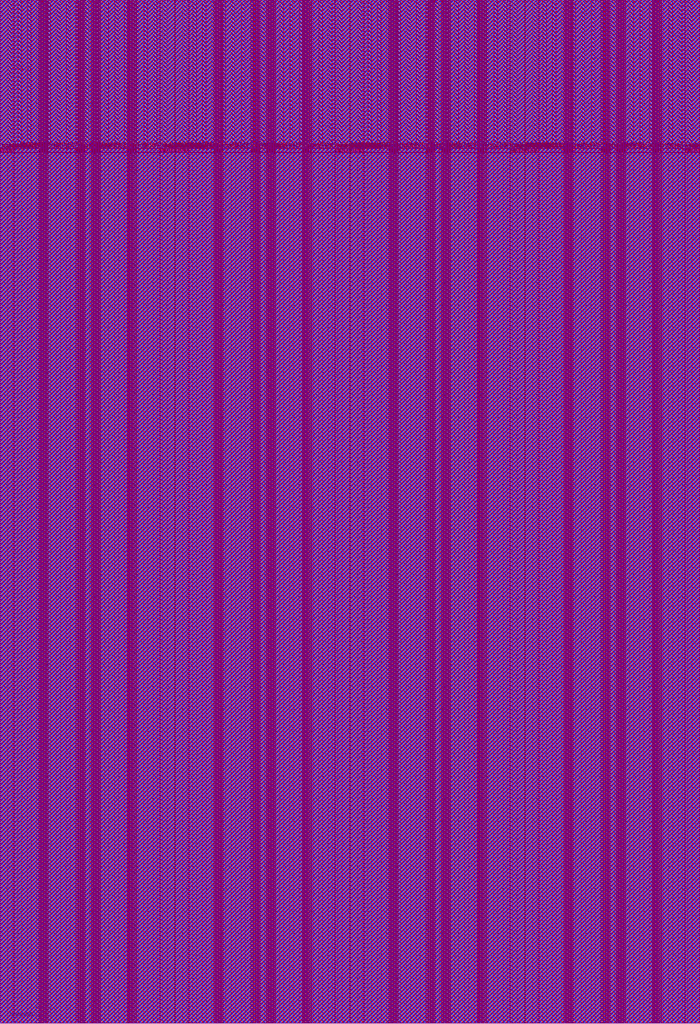
<source format=lef>
VERSION 5.7 ;
BUSBITCHARS "[]" ;
DIVIDERCHAR "/" ;

MACRO uni_2x2sub4x4_gpio_top_lef_LEFT_SIDE
  CLASS PAD ;
  ORIGIN 0 0 ;
  FOREIGN uni_2x2sub4x4_gpio_top_lef_LEFT_SIDE 0 0 ;
  SIZE 623.808 BY 911.933 ;
  SYMMETRY X Y R90 ;
  SITE IOSite ;
  PIN dq[40]
    DIRECTION INPUT ;
    USE ANALOG ;
    PORT
      LAYER m7 ;
        RECT 616.446 776.48 616.626 778.68 ;
    END
  END dq[40]
  PIN dq[41]
    DIRECTION INPUT ;
    USE ANALOG ;
    PORT
      LAYER m7 ;
        RECT 473.886 776.48 474.066 778.68 ;
    END
  END dq[41]
  PIN dq[42]
    DIRECTION INPUT ;
    USE ANALOG ;
    PORT
      LAYER m7 ;
        RECT 612.126 776.48 612.306 778.68 ;
    END
  END dq[42]
  PIN dq[43]
    DIRECTION INPUT ;
    USE ANALOG ;
    PORT
      LAYER m7 ;
        RECT 478.206 776.48 478.386 778.68 ;
    END
  END dq[43]
  PIN dq[44]
    DIRECTION INPUT ;
    USE ANALOG ;
    PORT
      LAYER m7 ;
        RECT 549.846 776.48 550.026 778.68 ;
    END
  END dq[44]
  PIN dq[45]
    DIRECTION INPUT ;
    USE ANALOG ;
    PORT
      LAYER m7 ;
        RECT 536.166 776.48 536.346 778.68 ;
    END
  END dq[45]
  PIN dq[46]
    DIRECTION INPUT ;
    USE ANALOG ;
    PORT
      LAYER m7 ;
        RECT 581.886 776.48 582.066 778.68 ;
    END
  END dq[46]
  PIN dq[47]
    DIRECTION INPUT ;
    USE ANALOG ;
    PORT
      LAYER m7 ;
        RECT 503.046 776.48 503.226 778.68 ;
    END
  END dq[47]
  PIN dq[48]
    DIRECTION INPUT ;
    USE ANALOG ;
    PORT
      LAYER m7 ;
        RECT 460.494 776.48 460.674 778.68 ;
    END
  END dq[48]
  PIN dq[49]
    DIRECTION INPUT ;
    USE ANALOG ;
    PORT
      LAYER m7 ;
        RECT 317.934 776.48 318.114 778.68 ;
    END
  END dq[49]
  PIN dq[50]
    DIRECTION INPUT ;
    USE ANALOG ;
    PORT
      LAYER m7 ;
        RECT 456.174 776.48 456.354 778.68 ;
    END
  END dq[50]
  PIN dq[51]
    DIRECTION INPUT ;
    USE ANALOG ;
    PORT
      LAYER m7 ;
        RECT 322.254 776.48 322.434 778.68 ;
    END
  END dq[51]
  PIN dq[52]
    DIRECTION INPUT ;
    USE ANALOG ;
    PORT
      LAYER m7 ;
        RECT 393.894 776.48 394.074 778.68 ;
    END
  END dq[52]
  PIN dq[53]
    DIRECTION INPUT ;
    USE ANALOG ;
    PORT
      LAYER m7 ;
        RECT 380.214 776.48 380.394 778.68 ;
    END
  END dq[53]
  PIN dq[54]
    DIRECTION INPUT ;
    USE ANALOG ;
    PORT
      LAYER m7 ;
        RECT 425.934 776.48 426.114 778.68 ;
    END
  END dq[54]
  PIN dq[55]
    DIRECTION INPUT ;
    USE ANALOG ;
    PORT
      LAYER m7 ;
        RECT 347.094 776.48 347.274 778.68 ;
    END
  END dq[55]
  PIN dq[56]
    DIRECTION INPUT ;
    USE ANALOG ;
    PORT
      LAYER m7 ;
        RECT 304.542 776.48 304.722 778.68 ;
    END
  END dq[56]
  PIN dq[57]
    DIRECTION INPUT ;
    USE ANALOG ;
    PORT
      LAYER m7 ;
        RECT 161.982 776.48 162.162 778.68 ;
    END
  END dq[57]
  PIN dq[58]
    DIRECTION INPUT ;
    USE ANALOG ;
    PORT
      LAYER m7 ;
        RECT 300.222 776.48 300.402 778.68 ;
    END
  END dq[58]
  PIN dq[59]
    DIRECTION INPUT ;
    USE ANALOG ;
    PORT
      LAYER m7 ;
        RECT 166.302 776.48 166.482 778.68 ;
    END
  END dq[59]
  PIN dq[60]
    DIRECTION INPUT ;
    USE ANALOG ;
    PORT
      LAYER m7 ;
        RECT 237.942 776.48 238.122 778.68 ;
    END
  END dq[60]
  PIN dq[61]
    DIRECTION INPUT ;
    USE ANALOG ;
    PORT
      LAYER m7 ;
        RECT 224.262 776.48 224.442 778.68 ;
    END
  END dq[61]
  PIN dq[62]
    DIRECTION INPUT ;
    USE ANALOG ;
    PORT
      LAYER m7 ;
        RECT 269.982 776.48 270.162 778.68 ;
    END
  END dq[62]
  PIN dq[63]
    DIRECTION INPUT ;
    USE ANALOG ;
    PORT
      LAYER m7 ;
        RECT 191.142 776.48 191.322 778.68 ;
    END
  END dq[63]
  PIN dq[64]
    DIRECTION INPUT ;
    USE ANALOG ;
    PORT
      LAYER m7 ;
        RECT 148.59 776.48 148.77 778.68 ;
    END
  END dq[64]
  PIN dq[65]
    DIRECTION INPUT ;
    USE ANALOG ;
    PORT
      LAYER m7 ;
        RECT 6.03 776.48 6.21 778.68 ;
    END
  END dq[65]
  PIN dq[66]
    DIRECTION INPUT ;
    USE ANALOG ;
    PORT
      LAYER m7 ;
        RECT 144.27 776.48 144.45 778.68 ;
    END
  END dq[66]
  PIN dq[67]
    DIRECTION INPUT ;
    USE ANALOG ;
    PORT
      LAYER m7 ;
        RECT 10.35 776.48 10.53 778.68 ;
    END
  END dq[67]
  PIN dq[68]
    DIRECTION INPUT ;
    USE ANALOG ;
    PORT
      LAYER m7 ;
        RECT 81.99 776.48 82.17 778.68 ;
    END
  END dq[68]
  PIN dq[69]
    DIRECTION INPUT ;
    USE ANALOG ;
    PORT
      LAYER m7 ;
        RECT 68.31 776.48 68.49 778.68 ;
    END
  END dq[69]
  PIN dq[70]
    DIRECTION INPUT ;
    USE ANALOG ;
    PORT
      LAYER m7 ;
        RECT 114.03 776.48 114.21 778.68 ;
    END
  END dq[70]
  PIN dq[71]
    DIRECTION INPUT ;
    USE ANALOG ;
    PORT
      LAYER m7 ;
        RECT 35.19 776.48 35.37 778.68 ;
    END
  END dq[71]
  PIN drv0[5]
    DIRECTION INPUT ;
    USE ANALOG ;
    PORT
      LAYER m7 ;
        RECT 622.926 776.48 623.106 778.68 ;
    END
  END drv0[5]
  PIN drv0[6]
    DIRECTION INPUT ;
    USE ANALOG ;
    PORT
      LAYER m7 ;
        RECT 466.974 776.48 467.154 778.68 ;
    END
  END drv0[6]
  PIN drv0[7]
    DIRECTION INPUT ;
    USE ANALOG ;
    PORT
      LAYER m7 ;
        RECT 311.022 776.48 311.202 778.68 ;
    END
  END drv0[7]
  PIN drv0[8]
    DIRECTION INPUT ;
    USE ANALOG ;
    PORT
      LAYER m7 ;
        RECT 155.07 776.48 155.25 778.68 ;
    END
  END drv0[8]
  PIN drv1[5]
    DIRECTION INPUT ;
    USE ANALOG ;
    PORT
      LAYER m7 ;
        RECT 621.846 776.48 622.026 778.68 ;
    END
  END drv1[5]
  PIN drv1[6]
    DIRECTION INPUT ;
    USE ANALOG ;
    PORT
      LAYER m7 ;
        RECT 465.894 776.48 466.074 778.68 ;
    END
  END drv1[6]
  PIN drv1[7]
    DIRECTION INPUT ;
    USE ANALOG ;
    PORT
      LAYER m7 ;
        RECT 309.942 776.48 310.122 778.68 ;
    END
  END drv1[7]
  PIN drv1[8]
    DIRECTION INPUT ;
    USE ANALOG ;
    PORT
      LAYER m7 ;
        RECT 153.99 776.48 154.17 778.68 ;
    END
  END drv1[8]
  PIN drv2[5]
    DIRECTION INPUT ;
    USE ANALOG ;
    PORT
      LAYER m7 ;
        RECT 620.766 776.48 620.946 778.68 ;
    END
  END drv2[5]
  PIN drv2[6]
    DIRECTION INPUT ;
    USE ANALOG ;
    PORT
      LAYER m7 ;
        RECT 464.814 776.48 464.994 778.68 ;
    END
  END drv2[6]
  PIN drv2[7]
    DIRECTION INPUT ;
    USE ANALOG ;
    PORT
      LAYER m7 ;
        RECT 308.862 776.48 309.042 778.68 ;
    END
  END drv2[7]
  PIN drv2[8]
    DIRECTION INPUT ;
    USE ANALOG ;
    PORT
      LAYER m7 ;
        RECT 152.91 776.48 153.09 778.68 ;
    END
  END drv2[8]
  PIN enabq[40]
    DIRECTION INPUT ;
    USE ANALOG ;
    PORT
      LAYER m7 ;
        RECT 615.366 776.48 615.546 778.68 ;
    END
  END enabq[40]
  PIN enabq[41]
    DIRECTION INPUT ;
    USE ANALOG ;
    PORT
      LAYER m7 ;
        RECT 474.966 776.48 475.146 778.68 ;
    END
  END enabq[41]
  PIN enabq[42]
    DIRECTION INPUT ;
    USE ANALOG ;
    PORT
      LAYER m7 ;
        RECT 613.206 776.48 613.386 778.68 ;
    END
  END enabq[42]
  PIN enabq[43]
    DIRECTION INPUT ;
    USE ANALOG ;
    PORT
      LAYER m7 ;
        RECT 477.126 776.48 477.306 778.68 ;
    END
  END enabq[43]
  PIN enabq[44]
    DIRECTION INPUT ;
    USE ANALOG ;
    PORT
      LAYER m7 ;
        RECT 556.326 776.48 556.506 778.68 ;
    END
  END enabq[44]
  PIN enabq[45]
    DIRECTION INPUT ;
    USE ANALOG ;
    PORT
      LAYER m7 ;
        RECT 542.646 776.48 542.826 778.68 ;
    END
  END enabq[45]
  PIN enabq[46]
    DIRECTION INPUT ;
    USE ANALOG ;
    PORT
      LAYER m7 ;
        RECT 588.366 776.48 588.546 778.68 ;
    END
  END enabq[46]
  PIN enabq[47]
    DIRECTION INPUT ;
    USE ANALOG ;
    PORT
      LAYER m7 ;
        RECT 509.526 776.48 509.706 778.68 ;
    END
  END enabq[47]
  PIN enabq[48]
    DIRECTION INPUT ;
    USE ANALOG ;
    PORT
      LAYER m7 ;
        RECT 459.414 776.48 459.594 778.68 ;
    END
  END enabq[48]
  PIN enabq[49]
    DIRECTION INPUT ;
    USE ANALOG ;
    PORT
      LAYER m7 ;
        RECT 319.014 776.48 319.194 778.68 ;
    END
  END enabq[49]
  PIN enabq[50]
    DIRECTION INPUT ;
    USE ANALOG ;
    PORT
      LAYER m7 ;
        RECT 457.254 776.48 457.434 778.68 ;
    END
  END enabq[50]
  PIN enabq[51]
    DIRECTION INPUT ;
    USE ANALOG ;
    PORT
      LAYER m7 ;
        RECT 321.174 776.48 321.354 778.68 ;
    END
  END enabq[51]
  PIN enabq[52]
    DIRECTION INPUT ;
    USE ANALOG ;
    PORT
      LAYER m7 ;
        RECT 400.374 776.48 400.554 778.68 ;
    END
  END enabq[52]
  PIN enabq[53]
    DIRECTION INPUT ;
    USE ANALOG ;
    PORT
      LAYER m7 ;
        RECT 386.694 776.48 386.874 778.68 ;
    END
  END enabq[53]
  PIN enabq[54]
    DIRECTION INPUT ;
    USE ANALOG ;
    PORT
      LAYER m7 ;
        RECT 432.414 776.48 432.594 778.68 ;
    END
  END enabq[54]
  PIN enabq[55]
    DIRECTION INPUT ;
    USE ANALOG ;
    PORT
      LAYER m7 ;
        RECT 353.574 776.48 353.754 778.68 ;
    END
  END enabq[55]
  PIN enabq[56]
    DIRECTION INPUT ;
    USE ANALOG ;
    PORT
      LAYER m7 ;
        RECT 303.462 776.48 303.642 778.68 ;
    END
  END enabq[56]
  PIN enabq[57]
    DIRECTION INPUT ;
    USE ANALOG ;
    PORT
      LAYER m7 ;
        RECT 163.062 776.48 163.242 778.68 ;
    END
  END enabq[57]
  PIN enabq[58]
    DIRECTION INPUT ;
    USE ANALOG ;
    PORT
      LAYER m7 ;
        RECT 301.302 776.48 301.482 778.68 ;
    END
  END enabq[58]
  PIN enabq[59]
    DIRECTION INPUT ;
    USE ANALOG ;
    PORT
      LAYER m7 ;
        RECT 165.222 776.48 165.402 778.68 ;
    END
  END enabq[59]
  PIN enabq[60]
    DIRECTION INPUT ;
    USE ANALOG ;
    PORT
      LAYER m7 ;
        RECT 244.422 776.48 244.602 778.68 ;
    END
  END enabq[60]
  PIN enabq[61]
    DIRECTION INPUT ;
    USE ANALOG ;
    PORT
      LAYER m7 ;
        RECT 230.742 776.48 230.922 778.68 ;
    END
  END enabq[61]
  PIN enabq[62]
    DIRECTION INPUT ;
    USE ANALOG ;
    PORT
      LAYER m7 ;
        RECT 276.462 776.48 276.642 778.68 ;
    END
  END enabq[62]
  PIN enabq[63]
    DIRECTION INPUT ;
    USE ANALOG ;
    PORT
      LAYER m7 ;
        RECT 197.622 776.48 197.802 778.68 ;
    END
  END enabq[63]
  PIN enabq[64]
    DIRECTION INPUT ;
    USE ANALOG ;
    PORT
      LAYER m7 ;
        RECT 147.51 776.48 147.69 778.68 ;
    END
  END enabq[64]
  PIN enabq[65]
    DIRECTION INPUT ;
    USE ANALOG ;
    PORT
      LAYER m7 ;
        RECT 7.11 776.48 7.29 778.68 ;
    END
  END enabq[65]
  PIN enabq[66]
    DIRECTION INPUT ;
    USE ANALOG ;
    PORT
      LAYER m7 ;
        RECT 145.35 776.48 145.53 778.68 ;
    END
  END enabq[66]
  PIN enabq[67]
    DIRECTION INPUT ;
    USE ANALOG ;
    PORT
      LAYER m7 ;
        RECT 9.27 776.48 9.45 778.68 ;
    END
  END enabq[67]
  PIN enabq[68]
    DIRECTION INPUT ;
    USE ANALOG ;
    PORT
      LAYER m7 ;
        RECT 88.47 776.48 88.65 778.68 ;
    END
  END enabq[68]
  PIN enabq[69]
    DIRECTION INPUT ;
    USE ANALOG ;
    PORT
      LAYER m7 ;
        RECT 74.79 776.48 74.97 778.68 ;
    END
  END enabq[69]
  PIN enabq[70]
    DIRECTION INPUT ;
    USE ANALOG ;
    PORT
      LAYER m7 ;
        RECT 120.51 776.48 120.69 778.68 ;
    END
  END enabq[70]
  PIN enabq[71]
    DIRECTION INPUT ;
    USE ANALOG ;
    PORT
      LAYER m7 ;
        RECT 41.67 776.48 41.85 778.68 ;
    END
  END enabq[71]
  PIN enq[40]
    DIRECTION INPUT ;
    USE ANALOG ;
    PORT
      LAYER m7 ;
        RECT 614.646 776.48 614.826 778.68 ;
    END
  END enq[40]
  PIN enq[41]
    DIRECTION INPUT ;
    USE ANALOG ;
    PORT
      LAYER m7 ;
        RECT 475.686 776.48 475.866 778.68 ;
    END
  END enq[41]
  PIN enq[42]
    DIRECTION INPUT ;
    USE ANALOG ;
    PORT
      LAYER m7 ;
        RECT 613.926 776.48 614.106 778.68 ;
    END
  END enq[42]
  PIN enq[43]
    DIRECTION INPUT ;
    USE ANALOG ;
    PORT
      LAYER m7 ;
        RECT 476.406 776.48 476.586 778.68 ;
    END
  END enq[43]
  PIN enq[44]
    DIRECTION INPUT ;
    USE ANALOG ;
    PORT
      LAYER m7 ;
        RECT 554.166 776.48 554.346 778.68 ;
    END
  END enq[44]
  PIN enq[45]
    DIRECTION INPUT ;
    USE ANALOG ;
    PORT
      LAYER m7 ;
        RECT 540.486 776.48 540.666 778.68 ;
    END
  END enq[45]
  PIN enq[46]
    DIRECTION INPUT ;
    USE ANALOG ;
    PORT
      LAYER m7 ;
        RECT 586.206 776.48 586.386 778.68 ;
    END
  END enq[46]
  PIN enq[47]
    DIRECTION INPUT ;
    USE ANALOG ;
    PORT
      LAYER m7 ;
        RECT 507.366 776.48 507.546 778.68 ;
    END
  END enq[47]
  PIN enq[48]
    DIRECTION INPUT ;
    USE ANALOG ;
    PORT
      LAYER m7 ;
        RECT 458.694 776.48 458.874 778.68 ;
    END
  END enq[48]
  PIN enq[49]
    DIRECTION INPUT ;
    USE ANALOG ;
    PORT
      LAYER m7 ;
        RECT 319.734 776.48 319.914 778.68 ;
    END
  END enq[49]
  PIN enq[50]
    DIRECTION INPUT ;
    USE ANALOG ;
    PORT
      LAYER m7 ;
        RECT 457.974 776.48 458.154 778.68 ;
    END
  END enq[50]
  PIN enq[51]
    DIRECTION INPUT ;
    USE ANALOG ;
    PORT
      LAYER m7 ;
        RECT 320.454 776.48 320.634 778.68 ;
    END
  END enq[51]
  PIN enq[52]
    DIRECTION INPUT ;
    USE ANALOG ;
    PORT
      LAYER m7 ;
        RECT 398.214 776.48 398.394 778.68 ;
    END
  END enq[52]
  PIN enq[53]
    DIRECTION INPUT ;
    USE ANALOG ;
    PORT
      LAYER m7 ;
        RECT 384.534 776.48 384.714 778.68 ;
    END
  END enq[53]
  PIN enq[54]
    DIRECTION INPUT ;
    USE ANALOG ;
    PORT
      LAYER m7 ;
        RECT 430.254 776.48 430.434 778.68 ;
    END
  END enq[54]
  PIN enq[55]
    DIRECTION INPUT ;
    USE ANALOG ;
    PORT
      LAYER m7 ;
        RECT 351.414 776.48 351.594 778.68 ;
    END
  END enq[55]
  PIN enq[56]
    DIRECTION INPUT ;
    USE ANALOG ;
    PORT
      LAYER m7 ;
        RECT 302.742 776.48 302.922 778.68 ;
    END
  END enq[56]
  PIN enq[57]
    DIRECTION INPUT ;
    USE ANALOG ;
    PORT
      LAYER m7 ;
        RECT 163.782 776.48 163.962 778.68 ;
    END
  END enq[57]
  PIN enq[58]
    DIRECTION INPUT ;
    USE ANALOG ;
    PORT
      LAYER m7 ;
        RECT 302.022 776.48 302.202 778.68 ;
    END
  END enq[58]
  PIN enq[59]
    DIRECTION INPUT ;
    USE ANALOG ;
    PORT
      LAYER m7 ;
        RECT 164.502 776.48 164.682 778.68 ;
    END
  END enq[59]
  PIN enq[60]
    DIRECTION INPUT ;
    USE ANALOG ;
    PORT
      LAYER m7 ;
        RECT 242.262 776.48 242.442 778.68 ;
    END
  END enq[60]
  PIN enq[61]
    DIRECTION INPUT ;
    USE ANALOG ;
    PORT
      LAYER m7 ;
        RECT 228.582 776.48 228.762 778.68 ;
    END
  END enq[61]
  PIN enq[62]
    DIRECTION INPUT ;
    USE ANALOG ;
    PORT
      LAYER m7 ;
        RECT 274.302 776.48 274.482 778.68 ;
    END
  END enq[62]
  PIN enq[63]
    DIRECTION INPUT ;
    USE ANALOG ;
    PORT
      LAYER m7 ;
        RECT 195.462 776.48 195.642 778.68 ;
    END
  END enq[63]
  PIN enq[64]
    DIRECTION INPUT ;
    USE ANALOG ;
    PORT
      LAYER m7 ;
        RECT 146.79 776.48 146.97 778.68 ;
    END
  END enq[64]
  PIN enq[65]
    DIRECTION INPUT ;
    USE ANALOG ;
    PORT
      LAYER m7 ;
        RECT 7.83 776.48 8.01 778.68 ;
    END
  END enq[65]
  PIN enq[66]
    DIRECTION INPUT ;
    USE ANALOG ;
    PORT
      LAYER m7 ;
        RECT 146.07 776.48 146.25 778.68 ;
    END
  END enq[66]
  PIN enq[67]
    DIRECTION INPUT ;
    USE ANALOG ;
    PORT
      LAYER m7 ;
        RECT 8.55 776.48 8.73 778.68 ;
    END
  END enq[67]
  PIN enq[68]
    DIRECTION INPUT ;
    USE ANALOG ;
    PORT
      LAYER m7 ;
        RECT 86.31 776.48 86.49 778.68 ;
    END
  END enq[68]
  PIN enq[69]
    DIRECTION INPUT ;
    USE ANALOG ;
    PORT
      LAYER m7 ;
        RECT 72.63 776.48 72.81 778.68 ;
    END
  END enq[69]
  PIN enq[70]
    DIRECTION INPUT ;
    USE ANALOG ;
    PORT
      LAYER m7 ;
        RECT 118.35 776.48 118.53 778.68 ;
    END
  END enq[70]
  PIN enq[71]
    DIRECTION INPUT ;
    USE ANALOG ;
    PORT
      LAYER m7 ;
        RECT 39.51 776.48 39.69 778.68 ;
    END
  END enq[71]
  PIN outi[40]
    DIRECTION OUTPUT ;
    USE SIGNAL ;
    PORT
      LAYER m7 ;
        RECT 617.526 776.48 617.706 778.68 ;
    END
  END outi[40]
  PIN outi[41]
    DIRECTION OUTPUT ;
    USE SIGNAL ;
    PORT
      LAYER m7 ;
        RECT 472.806 776.48 472.986 778.68 ;
    END
  END outi[41]
  PIN outi[42]
    DIRECTION OUTPUT ;
    USE SIGNAL ;
    PORT
      LAYER m7 ;
        RECT 611.046 776.48 611.226 778.68 ;
    END
  END outi[42]
  PIN outi[43]
    DIRECTION OUTPUT ;
    USE SIGNAL ;
    PORT
      LAYER m7 ;
        RECT 479.286 776.48 479.466 778.68 ;
    END
  END outi[43]
  PIN outi[44]
    DIRECTION OUTPUT ;
    USE SIGNAL ;
    PORT
      LAYER m7 ;
        RECT 552.006 776.48 552.186 778.68 ;
    END
  END outi[44]
  PIN outi[45]
    DIRECTION OUTPUT ;
    USE SIGNAL ;
    PORT
      LAYER m7 ;
        RECT 538.326 776.48 538.506 778.68 ;
    END
  END outi[45]
  PIN outi[46]
    DIRECTION OUTPUT ;
    USE SIGNAL ;
    PORT
      LAYER m7 ;
        RECT 584.046 776.48 584.226 778.68 ;
    END
  END outi[46]
  PIN outi[47]
    DIRECTION OUTPUT ;
    USE SIGNAL ;
    PORT
      LAYER m7 ;
        RECT 505.206 776.48 505.386 778.68 ;
    END
  END outi[47]
  PIN outi[48]
    DIRECTION OUTPUT ;
    USE SIGNAL ;
    PORT
      LAYER m7 ;
        RECT 461.574 776.48 461.754 778.68 ;
    END
  END outi[48]
  PIN outi[49]
    DIRECTION OUTPUT ;
    USE SIGNAL ;
    PORT
      LAYER m7 ;
        RECT 316.854 776.48 317.034 778.68 ;
    END
  END outi[49]
  PIN outi[50]
    DIRECTION OUTPUT ;
    USE SIGNAL ;
    PORT
      LAYER m7 ;
        RECT 455.094 776.48 455.274 778.68 ;
    END
  END outi[50]
  PIN outi[51]
    DIRECTION OUTPUT ;
    USE SIGNAL ;
    PORT
      LAYER m7 ;
        RECT 323.334 776.48 323.514 778.68 ;
    END
  END outi[51]
  PIN outi[52]
    DIRECTION OUTPUT ;
    USE SIGNAL ;
    PORT
      LAYER m7 ;
        RECT 396.054 776.48 396.234 778.68 ;
    END
  END outi[52]
  PIN outi[53]
    DIRECTION OUTPUT ;
    USE SIGNAL ;
    PORT
      LAYER m7 ;
        RECT 382.374 776.48 382.554 778.68 ;
    END
  END outi[53]
  PIN outi[54]
    DIRECTION OUTPUT ;
    USE SIGNAL ;
    PORT
      LAYER m7 ;
        RECT 428.094 776.48 428.274 778.68 ;
    END
  END outi[54]
  PIN outi[55]
    DIRECTION OUTPUT ;
    USE SIGNAL ;
    PORT
      LAYER m7 ;
        RECT 349.254 776.48 349.434 778.68 ;
    END
  END outi[55]
  PIN outi[56]
    DIRECTION OUTPUT ;
    USE SIGNAL ;
    PORT
      LAYER m7 ;
        RECT 305.622 776.48 305.802 778.68 ;
    END
  END outi[56]
  PIN outi[57]
    DIRECTION OUTPUT ;
    USE SIGNAL ;
    PORT
      LAYER m7 ;
        RECT 160.902 776.48 161.082 778.68 ;
    END
  END outi[57]
  PIN outi[58]
    DIRECTION OUTPUT ;
    USE SIGNAL ;
    PORT
      LAYER m7 ;
        RECT 299.142 776.48 299.322 778.68 ;
    END
  END outi[58]
  PIN outi[59]
    DIRECTION OUTPUT ;
    USE SIGNAL ;
    PORT
      LAYER m7 ;
        RECT 167.382 776.48 167.562 778.68 ;
    END
  END outi[59]
  PIN outi[60]
    DIRECTION OUTPUT ;
    USE SIGNAL ;
    PORT
      LAYER m7 ;
        RECT 240.102 776.48 240.282 778.68 ;
    END
  END outi[60]
  PIN outi[61]
    DIRECTION OUTPUT ;
    USE SIGNAL ;
    PORT
      LAYER m7 ;
        RECT 226.422 776.48 226.602 778.68 ;
    END
  END outi[61]
  PIN outi[62]
    DIRECTION OUTPUT ;
    USE SIGNAL ;
    PORT
      LAYER m7 ;
        RECT 272.142 776.48 272.322 778.68 ;
    END
  END outi[62]
  PIN outi[63]
    DIRECTION OUTPUT ;
    USE SIGNAL ;
    PORT
      LAYER m7 ;
        RECT 193.302 776.48 193.482 778.68 ;
    END
  END outi[63]
  PIN outi[64]
    DIRECTION OUTPUT ;
    USE SIGNAL ;
    PORT
      LAYER m7 ;
        RECT 149.67 776.48 149.85 778.68 ;
    END
  END outi[64]
  PIN outi[65]
    DIRECTION OUTPUT ;
    USE SIGNAL ;
    PORT
      LAYER m7 ;
        RECT 4.95 776.48 5.13 778.68 ;
    END
  END outi[65]
  PIN outi[66]
    DIRECTION OUTPUT ;
    USE SIGNAL ;
    PORT
      LAYER m7 ;
        RECT 143.19 776.48 143.37 778.68 ;
    END
  END outi[66]
  PIN outi[67]
    DIRECTION OUTPUT ;
    USE SIGNAL ;
    PORT
      LAYER m7 ;
        RECT 11.43 776.48 11.61 778.68 ;
    END
  END outi[67]
  PIN outi[68]
    DIRECTION OUTPUT ;
    USE SIGNAL ;
    PORT
      LAYER m7 ;
        RECT 84.15 776.48 84.33 778.68 ;
    END
  END outi[68]
  PIN outi[69]
    DIRECTION OUTPUT ;
    USE SIGNAL ;
    PORT
      LAYER m7 ;
        RECT 70.47 776.48 70.65 778.68 ;
    END
  END outi[69]
  PIN outi[70]
    DIRECTION OUTPUT ;
    USE SIGNAL ;
    PORT
      LAYER m7 ;
        RECT 116.19 776.48 116.37 778.68 ;
    END
  END outi[70]
  PIN outi[71]
    DIRECTION OUTPUT ;
    USE SIGNAL ;
    PORT
      LAYER m7 ;
        RECT 37.35 776.48 37.53 778.68 ;
    END
  END outi[71]
  PIN pd[5]
    DIRECTION INPUT ;
    USE ANALOG ;
    PORT
      LAYER m7 ;
        RECT 619.686 776.48 619.866 778.68 ;
    END
  END pd[5]
  PIN pd[6]
    DIRECTION INPUT ;
    USE ANALOG ;
    PORT
      LAYER m7 ;
        RECT 463.734 776.48 463.914 778.68 ;
    END
  END pd[6]
  PIN pd[7]
    DIRECTION INPUT ;
    USE ANALOG ;
    PORT
      LAYER m7 ;
        RECT 307.782 776.48 307.962 778.68 ;
    END
  END pd[7]
  PIN pd[8]
    DIRECTION INPUT ;
    USE ANALOG ;
    PORT
      LAYER m7 ;
        RECT 151.83 776.48 152.01 778.68 ;
    END
  END pd[8]
  PIN ppen[5]
    DIRECTION INPUT ;
    USE ANALOG ;
    PORT
      LAYER m7 ;
        RECT 469.566 776.48 469.746 778.68 ;
    END
  END ppen[5]
  PIN ppen[6]
    DIRECTION INPUT ;
    USE ANALOG ;
    PORT
      LAYER m7 ;
        RECT 313.614 776.48 313.794 778.68 ;
    END
  END ppen[6]
  PIN ppen[7]
    DIRECTION INPUT ;
    USE ANALOG ;
    PORT
      LAYER m7 ;
        RECT 157.662 776.48 157.842 778.68 ;
    END
  END ppen[7]
  PIN ppen[8]
    DIRECTION INPUT ;
    USE ANALOG ;
    PORT
      LAYER m7 ;
        RECT 1.71 776.48 1.89 778.68 ;
    END
  END ppen[8]
  PIN prg_slew[5]
    DIRECTION INPUT ;
    USE ANALOG ;
    PORT
      LAYER m7 ;
        RECT 468.486 776.48 468.666 778.68 ;
    END
  END prg_slew[5]
  PIN prg_slew[6]
    DIRECTION INPUT ;
    USE ANALOG ;
    PORT
      LAYER m7 ;
        RECT 312.534 776.48 312.714 778.68 ;
    END
  END prg_slew[6]
  PIN prg_slew[7]
    DIRECTION INPUT ;
    USE ANALOG ;
    PORT
      LAYER m7 ;
        RECT 156.582 776.48 156.762 778.68 ;
    END
  END prg_slew[7]
  PIN prg_slew[8]
    DIRECTION INPUT ;
    USE ANALOG ;
    PORT
      LAYER m7 ;
        RECT 0.63 776.48 0.81 778.68 ;
    END
  END prg_slew[8]
  PIN puq[5]
    DIRECTION INPUT ;
    USE ANALOG ;
    PORT
      LAYER m7 ;
        RECT 618.606 776.48 618.786 778.68 ;
    END
  END puq[5]
  PIN puq[6]
    DIRECTION INPUT ;
    USE ANALOG ;
    PORT
      LAYER m7 ;
        RECT 462.654 776.48 462.834 778.68 ;
    END
  END puq[6]
  PIN puq[7]
    DIRECTION INPUT ;
    USE ANALOG ;
    PORT
      LAYER m7 ;
        RECT 306.702 776.48 306.882 778.68 ;
    END
  END puq[7]
  PIN puq[8]
    DIRECTION INPUT ;
    USE ANALOG ;
    PORT
      LAYER m7 ;
        RECT 150.75 776.48 150.93 778.68 ;
    END
  END puq[8]
  PIN pwrup_pull_en[5]
    DIRECTION INPUT ;
    USE ANALOG ;
    PORT
      LAYER m7 ;
        RECT 470.646 776.48 470.826 778.68 ;
    END
  END pwrup_pull_en[5]
  PIN pwrup_pull_en[6]
    DIRECTION INPUT ;
    USE ANALOG ;
    PORT
      LAYER m7 ;
        RECT 314.694 776.48 314.874 778.68 ;
    END
  END pwrup_pull_en[6]
  PIN pwrup_pull_en[7]
    DIRECTION INPUT ;
    USE ANALOG ;
    PORT
      LAYER m7 ;
        RECT 158.742 776.48 158.922 778.68 ;
    END
  END pwrup_pull_en[7]
  PIN pwrup_pull_en[8]
    DIRECTION INPUT ;
    USE ANALOG ;
    PORT
      LAYER m7 ;
        RECT 2.79 776.48 2.97 778.68 ;
    END
  END pwrup_pull_en[8]
  PIN pwrupzhl[5]
    DIRECTION INPUT ;
    USE ANALOG ;
    PORT
      LAYER m7 ;
        RECT 471.726 776.48 471.906 778.68 ;
    END
  END pwrupzhl[5]
  PIN pwrupzhl[6]
    DIRECTION INPUT ;
    USE ANALOG ;
    PORT
      LAYER m7 ;
        RECT 315.774 776.48 315.954 778.68 ;
    END
  END pwrupzhl[6]
  PIN pwrupzhl[7]
    DIRECTION INPUT ;
    USE ANALOG ;
    PORT
      LAYER m7 ;
        RECT 159.822 776.48 160.002 778.68 ;
    END
  END pwrupzhl[7]
  PIN pwrupzhl[8]
    DIRECTION INPUT ;
    USE ANALOG ;
    PORT
      LAYER m7 ;
        RECT 3.87 776.48 4.05 778.68 ;
    END
  END pwrupzhl[8]
  PIN vdd
    DIRECTION INOUT ;
    USE POWER ;
    PORT
      CLASS CORE ;
      LAYER gmz ;
        RECT 327.959 783.5175 330.409 910.004 ;
    END
    PORT
      LAYER gmz ;
        RECT 604.871 783.5175 607.321 910.004 ;
        RECT 587.591 783.5175 590.041 910.004 ;
        RECT 570.311 783.5175 572.761 910.004 ;
        RECT 553.031 783.5175 555.481 910.004 ;
        RECT 535.751 783.5175 538.201 910.004 ;
        RECT 518.471 783.5175 520.921 910.004 ;
        RECT 501.191 783.5175 503.641 910.004 ;
        RECT 483.911 783.5175 486.361 910.004 ;
        RECT 448.919 783.5175 451.369 910.004 ;
        RECT 431.639 783.5175 434.089 910.004 ;
        RECT 414.359 783.5175 416.809 910.004 ;
        RECT 397.079 783.5175 399.529 910.004 ;
        RECT 379.799 783.5175 382.249 910.004 ;
        RECT 362.519 783.5175 364.969 910.004 ;
        RECT 345.239 783.5175 347.689 910.004 ;
        RECT 292.967 783.5175 295.417 910.004 ;
        RECT 275.687 783.5175 278.137 910.004 ;
        RECT 258.407 783.5175 260.857 910.004 ;
        RECT 241.127 783.5175 243.577 910.004 ;
        RECT 223.847 783.5175 226.297 910.004 ;
        RECT 206.567 783.5175 209.017 910.004 ;
        RECT 189.287 783.5175 191.737 910.004 ;
        RECT 172.007 783.5175 174.457 910.004 ;
        RECT 137.015 783.5175 139.465 910.004 ;
        RECT 119.735 783.5175 122.185 910.004 ;
        RECT 102.455 783.5175 104.905 910.004 ;
        RECT 85.175 783.5175 87.625 910.004 ;
        RECT 67.895 783.5175 70.345 910.004 ;
        RECT 50.615 783.5175 53.065 910.004 ;
        RECT 33.335 783.5175 35.785 910.004 ;
        RECT 16.055 783.5175 18.505 910.004 ;
    END
  END vdd
  PIN vss
    DIRECTION INOUT ;
    USE GROUND ;
    PORT
      LAYER gmz ;
        RECT 613.511 783.5175 615.961 910.004 ;
        RECT 596.231 783.5175 598.681 910.004 ;
        RECT 578.951 783.5175 581.401 910.004 ;
        RECT 561.671 783.5175 564.121 910.004 ;
        RECT 544.391 783.5175 546.841 910.004 ;
        RECT 527.111 783.5175 529.561 910.004 ;
        RECT 509.831 783.5175 512.281 910.004 ;
        RECT 492.551 783.5175 495.001 910.004 ;
        RECT 475.271 783.5175 477.721 910.004 ;
        RECT 457.559 783.5175 460.009 910.004 ;
        RECT 440.279 783.5175 442.729 910.004 ;
        RECT 422.999 783.5175 425.449 910.004 ;
        RECT 405.719 783.5175 408.169 910.004 ;
        RECT 388.439 783.5175 390.889 910.004 ;
        RECT 371.159 783.5175 373.609 910.004 ;
        RECT 353.879 783.5175 356.329 910.004 ;
        RECT 336.599 783.5175 339.049 910.004 ;
        RECT 319.319 783.5175 321.769 910.004 ;
        RECT 301.607 783.5175 304.057 910.004 ;
        RECT 284.327 783.5175 286.777 910.004 ;
        RECT 267.047 783.5175 269.497 910.004 ;
        RECT 249.767 783.5175 252.217 910.004 ;
        RECT 232.487 783.5175 234.937 910.004 ;
        RECT 215.207 783.5175 217.657 910.004 ;
        RECT 197.927 783.5175 200.377 910.004 ;
        RECT 180.647 783.5175 183.097 910.004 ;
        RECT 163.367 783.5175 165.817 910.004 ;
        RECT 145.655 783.5175 148.105 910.004 ;
        RECT 128.375 783.5175 130.825 910.004 ;
        RECT 111.095 783.5175 113.545 910.004 ;
        RECT 93.815 783.5175 96.265 910.004 ;
        RECT 76.535 783.5175 78.985 910.004 ;
        RECT 59.255 783.5175 61.705 910.004 ;
        RECT 41.975 783.5175 44.425 910.004 ;
        RECT 24.695 783.5175 27.145 910.004 ;
        RECT 7.415 783.5175 9.865 910.004 ;
    END
  END vss
  OBS
    LAYER m1 SPACING 0.04 ;
      RECT 0 0 623.808 911.933 ;
    LAYER m5 SPACING 0.046 ;
      RECT 0 0 623.808 911.933 ;
    LAYER m2 SPACING 0.046 ;
      RECT 0 0 623.808 911.933 ;
    LAYER m3 SPACING 0.046 ;
      RECT 0 0 623.808 911.933 ;
    LAYER m4 SPACING 0.046 ;
      RECT 0 0 623.808 911.933 ;
    LAYER m8 SPACING 0.18 ;
      RECT 0 779.56 623.808 911.933 ;
      RECT 589.426 0 610.166 911.933 ;
      RECT 587.266 0 587.486 911.933 ;
      RECT 585.106 0 585.326 911.933 ;
      RECT 582.946 0 583.166 911.933 ;
      RECT 557.386 0 581.006 911.933 ;
      RECT 555.226 0 555.446 911.933 ;
      RECT 553.066 0 553.286 911.933 ;
      RECT 550.906 0 551.126 911.933 ;
      RECT 543.706 0 548.966 911.933 ;
      RECT 541.546 0 541.766 911.933 ;
      RECT 539.386 0 539.606 911.933 ;
      RECT 537.226 0 537.446 911.933 ;
      RECT 510.586 0 535.286 911.933 ;
      RECT 508.426 0 508.646 911.933 ;
      RECT 506.266 0 506.486 911.933 ;
      RECT 504.106 0 504.326 911.933 ;
      RECT 480.346 0 502.166 911.933 ;
      RECT 433.474 0 454.214 911.933 ;
      RECT 431.314 0 431.534 911.933 ;
      RECT 429.154 0 429.374 911.933 ;
      RECT 426.994 0 427.214 911.933 ;
      RECT 401.434 0 425.054 911.933 ;
      RECT 399.274 0 399.494 911.933 ;
      RECT 397.114 0 397.334 911.933 ;
      RECT 394.954 0 395.174 911.933 ;
      RECT 387.754 0 393.014 911.933 ;
      RECT 385.594 0 385.814 911.933 ;
      RECT 383.434 0 383.654 911.933 ;
      RECT 381.274 0 381.494 911.933 ;
      RECT 354.634 0 379.334 911.933 ;
      RECT 352.474 0 352.694 911.933 ;
      RECT 350.314 0 350.534 911.933 ;
      RECT 348.154 0 348.374 911.933 ;
      RECT 324.394 0 346.214 911.933 ;
      RECT 277.522 0 298.262 911.933 ;
      RECT 275.362 0 275.582 911.933 ;
      RECT 273.202 0 273.422 911.933 ;
      RECT 271.042 0 271.262 911.933 ;
      RECT 245.482 0 269.102 911.933 ;
      RECT 243.322 0 243.542 911.933 ;
      RECT 241.162 0 241.382 911.933 ;
      RECT 239.002 0 239.222 911.933 ;
      RECT 231.802 0 237.062 911.933 ;
      RECT 229.642 0 229.862 911.933 ;
      RECT 227.482 0 227.702 911.933 ;
      RECT 225.322 0 225.542 911.933 ;
      RECT 198.682 0 223.382 911.933 ;
      RECT 196.522 0 196.742 911.933 ;
      RECT 194.362 0 194.582 911.933 ;
      RECT 192.202 0 192.422 911.933 ;
      RECT 168.442 0 190.262 911.933 ;
      RECT 121.57 0 142.31 911.933 ;
      RECT 119.41 0 119.63 911.933 ;
      RECT 117.25 0 117.47 911.933 ;
      RECT 115.09 0 115.31 911.933 ;
      RECT 89.53 0 113.15 911.933 ;
      RECT 87.37 0 87.59 911.933 ;
      RECT 85.21 0 85.43 911.933 ;
      RECT 83.05 0 83.27 911.933 ;
      RECT 75.85 0 81.11 911.933 ;
      RECT 73.69 0 73.91 911.933 ;
      RECT 71.53 0 71.75 911.933 ;
      RECT 69.37 0 69.59 911.933 ;
      RECT 42.73 0 67.43 911.933 ;
      RECT 40.57 0 40.79 911.933 ;
      RECT 38.41 0 38.63 911.933 ;
      RECT 36.25 0 36.47 911.933 ;
      RECT 12.49 0 34.31 911.933 ;
      RECT 0 0 623.808 775.6 ;
    LAYER m6 SPACING 0.046 ;
      RECT 0 0 623.808 911.933 ;
    LAYER m7 SPACING 0.18 ;
      RECT 0 779.1 623.808 911.933 ;
      RECT 623.526 0 623.808 911.933 ;
      RECT 588.966 0 610.626 911.933 ;
      RECT 586.806 0 587.946 911.933 ;
      RECT 584.646 0 585.786 911.933 ;
      RECT 582.486 0 583.626 911.933 ;
      RECT 556.926 0 581.466 911.933 ;
      RECT 554.766 0 555.906 911.933 ;
      RECT 552.606 0 553.746 911.933 ;
      RECT 550.446 0 551.586 911.933 ;
      RECT 543.246 0 549.426 911.933 ;
      RECT 541.086 0 542.226 911.933 ;
      RECT 538.926 0 540.066 911.933 ;
      RECT 536.766 0 537.906 911.933 ;
      RECT 510.126 0 535.746 911.933 ;
      RECT 507.966 0 509.106 911.933 ;
      RECT 505.806 0 506.946 911.933 ;
      RECT 503.646 0 504.786 911.933 ;
      RECT 479.886 0 502.626 911.933 ;
      RECT 467.574 0 468.066 911.933 ;
      RECT 433.014 0 454.674 911.933 ;
      RECT 430.854 0 431.994 911.933 ;
      RECT 428.694 0 429.834 911.933 ;
      RECT 426.534 0 427.674 911.933 ;
      RECT 400.974 0 425.514 911.933 ;
      RECT 398.814 0 399.954 911.933 ;
      RECT 396.654 0 397.794 911.933 ;
      RECT 394.494 0 395.634 911.933 ;
      RECT 387.294 0 393.474 911.933 ;
      RECT 385.134 0 386.274 911.933 ;
      RECT 382.974 0 384.114 911.933 ;
      RECT 380.814 0 381.954 911.933 ;
      RECT 354.174 0 379.794 911.933 ;
      RECT 352.014 0 353.154 911.933 ;
      RECT 349.854 0 350.994 911.933 ;
      RECT 347.694 0 348.834 911.933 ;
      RECT 323.934 0 346.674 911.933 ;
      RECT 311.622 0 312.114 911.933 ;
      RECT 277.062 0 298.722 911.933 ;
      RECT 274.902 0 276.042 911.933 ;
      RECT 272.742 0 273.882 911.933 ;
      RECT 270.582 0 271.722 911.933 ;
      RECT 245.022 0 269.562 911.933 ;
      RECT 242.862 0 244.002 911.933 ;
      RECT 240.702 0 241.842 911.933 ;
      RECT 238.542 0 239.682 911.933 ;
      RECT 231.342 0 237.522 911.933 ;
      RECT 229.182 0 230.322 911.933 ;
      RECT 227.022 0 228.162 911.933 ;
      RECT 224.862 0 226.002 911.933 ;
      RECT 198.222 0 223.842 911.933 ;
      RECT 196.062 0 197.202 911.933 ;
      RECT 193.902 0 195.042 911.933 ;
      RECT 191.742 0 192.882 911.933 ;
      RECT 167.982 0 190.722 911.933 ;
      RECT 155.67 0 156.162 911.933 ;
      RECT 121.11 0 142.77 911.933 ;
      RECT 118.95 0 120.09 911.933 ;
      RECT 116.79 0 117.93 911.933 ;
      RECT 114.63 0 115.77 911.933 ;
      RECT 89.07 0 113.61 911.933 ;
      RECT 86.91 0 88.05 911.933 ;
      RECT 84.75 0 85.89 911.933 ;
      RECT 82.59 0 83.73 911.933 ;
      RECT 75.39 0 81.57 911.933 ;
      RECT 73.23 0 74.37 911.933 ;
      RECT 71.07 0 72.21 911.933 ;
      RECT 68.91 0 70.05 911.933 ;
      RECT 42.27 0 67.89 911.933 ;
      RECT 40.11 0 41.25 911.933 ;
      RECT 37.95 0 39.09 911.933 ;
      RECT 35.79 0 36.93 911.933 ;
      RECT 12.03 0 34.77 911.933 ;
      RECT 0 0 0.21 911.933 ;
      RECT 0 0 623.808 776.06 ;
    LAYER c4 SPACING 49.3 ;
      RECT 0 0 623.808 911.933 ;
    LAYER c4emib SPACING 35 ;
      RECT 0 0 623.808 911.933 ;
    LAYER gm0 SPACING 0.54 ;
      RECT 0 910.644 623.808 911.933 ;
      RECT 616.601 0 623.808 911.933 ;
      RECT 607.961 0 612.871 911.933 ;
      RECT 599.321 0 604.231 911.933 ;
      RECT 590.681 0 595.591 911.933 ;
      RECT 582.041 0 586.951 911.933 ;
      RECT 573.401 0 578.311 911.933 ;
      RECT 564.761 0 569.671 911.933 ;
      RECT 556.121 0 561.031 911.933 ;
      RECT 547.481 0 552.391 911.933 ;
      RECT 538.841 0 543.751 911.933 ;
      RECT 530.201 0 535.111 911.933 ;
      RECT 521.561 0 526.471 911.933 ;
      RECT 512.921 0 517.831 911.933 ;
      RECT 504.281 0 509.191 911.933 ;
      RECT 495.641 0 500.551 911.933 ;
      RECT 487.001 0 491.911 911.933 ;
      RECT 478.361 0 483.271 911.933 ;
      RECT 460.649 0 474.631 911.933 ;
      RECT 452.009 0 456.919 911.933 ;
      RECT 443.369 0 448.279 911.933 ;
      RECT 434.729 0 439.639 911.933 ;
      RECT 426.089 0 430.999 911.933 ;
      RECT 417.449 0 422.359 911.933 ;
      RECT 408.809 0 413.719 911.933 ;
      RECT 400.169 0 405.079 911.933 ;
      RECT 391.529 0 396.439 911.933 ;
      RECT 382.889 0 387.799 911.933 ;
      RECT 374.249 0 379.159 911.933 ;
      RECT 365.609 0 370.519 911.933 ;
      RECT 356.969 0 361.879 911.933 ;
      RECT 348.329 0 353.239 911.933 ;
      RECT 339.689 0 344.599 911.933 ;
      RECT 331.049 0 335.959 911.933 ;
      RECT 322.409 0 327.319 911.933 ;
      RECT 304.697 0 318.679 911.933 ;
      RECT 296.057 0 300.967 911.933 ;
      RECT 287.417 0 292.327 911.933 ;
      RECT 278.777 0 283.687 911.933 ;
      RECT 270.137 0 275.047 911.933 ;
      RECT 261.497 0 266.407 911.933 ;
      RECT 252.857 0 257.767 911.933 ;
      RECT 244.217 0 249.127 911.933 ;
      RECT 235.577 0 240.487 911.933 ;
      RECT 226.937 0 231.847 911.933 ;
      RECT 218.297 0 223.207 911.933 ;
      RECT 209.657 0 214.567 911.933 ;
      RECT 201.017 0 205.927 911.933 ;
      RECT 192.377 0 197.287 911.933 ;
      RECT 183.737 0 188.647 911.933 ;
      RECT 175.097 0 180.007 911.933 ;
      RECT 166.457 0 171.367 911.933 ;
      RECT 148.745 0 162.727 911.933 ;
      RECT 140.105 0 145.015 911.933 ;
      RECT 131.465 0 136.375 911.933 ;
      RECT 122.825 0 127.735 911.933 ;
      RECT 114.185 0 119.095 911.933 ;
      RECT 105.545 0 110.455 911.933 ;
      RECT 96.905 0 101.815 911.933 ;
      RECT 88.265 0 93.175 911.933 ;
      RECT 79.625 0 84.535 911.933 ;
      RECT 70.985 0 75.895 911.933 ;
      RECT 62.345 0 67.255 911.933 ;
      RECT 53.705 0 58.615 911.933 ;
      RECT 45.065 0 49.975 911.933 ;
      RECT 36.425 0 41.335 911.933 ;
      RECT 27.785 0 32.695 911.933 ;
      RECT 19.145 0 24.055 911.933 ;
      RECT 10.505 0 15.415 911.933 ;
      RECT 0 0 6.775 911.933 ;
      RECT 0 0 623.808 782.8775 ;
    LAYER gmz SPACING 0.54 ;
      RECT 0 910.644 623.808 911.933 ;
      RECT 616.601 0 623.808 911.933 ;
      RECT 607.961 0 612.871 911.933 ;
      RECT 599.321 0 604.231 911.933 ;
      RECT 590.681 0 595.591 911.933 ;
      RECT 582.041 0 586.951 911.933 ;
      RECT 573.401 0 578.311 911.933 ;
      RECT 564.761 0 569.671 911.933 ;
      RECT 556.121 0 561.031 911.933 ;
      RECT 547.481 0 552.391 911.933 ;
      RECT 538.841 0 543.751 911.933 ;
      RECT 530.201 0 535.111 911.933 ;
      RECT 521.561 0 526.471 911.933 ;
      RECT 512.921 0 517.831 911.933 ;
      RECT 504.281 0 509.191 911.933 ;
      RECT 495.641 0 500.551 911.933 ;
      RECT 487.001 0 491.911 911.933 ;
      RECT 478.361 0 483.271 911.933 ;
      RECT 460.649 0 474.631 911.933 ;
      RECT 452.009 0 456.919 911.933 ;
      RECT 443.369 0 448.279 911.933 ;
      RECT 434.729 0 439.639 911.933 ;
      RECT 426.089 0 430.999 911.933 ;
      RECT 417.449 0 422.359 911.933 ;
      RECT 408.809 0 413.719 911.933 ;
      RECT 400.169 0 405.079 911.933 ;
      RECT 391.529 0 396.439 911.933 ;
      RECT 382.889 0 387.799 911.933 ;
      RECT 374.249 0 379.159 911.933 ;
      RECT 365.609 0 370.519 911.933 ;
      RECT 356.969 0 361.879 911.933 ;
      RECT 348.329 0 353.239 911.933 ;
      RECT 339.689 0 344.599 911.933 ;
      RECT 331.049 0 335.959 911.933 ;
      RECT 322.409 0 327.319 911.933 ;
      RECT 304.697 0 318.679 911.933 ;
      RECT 296.057 0 300.967 911.933 ;
      RECT 287.417 0 292.327 911.933 ;
      RECT 278.777 0 283.687 911.933 ;
      RECT 270.137 0 275.047 911.933 ;
      RECT 261.497 0 266.407 911.933 ;
      RECT 252.857 0 257.767 911.933 ;
      RECT 244.217 0 249.127 911.933 ;
      RECT 235.577 0 240.487 911.933 ;
      RECT 226.937 0 231.847 911.933 ;
      RECT 218.297 0 223.207 911.933 ;
      RECT 209.657 0 214.567 911.933 ;
      RECT 201.017 0 205.927 911.933 ;
      RECT 192.377 0 197.287 911.933 ;
      RECT 183.737 0 188.647 911.933 ;
      RECT 175.097 0 180.007 911.933 ;
      RECT 166.457 0 171.367 911.933 ;
      RECT 148.745 0 162.727 911.933 ;
      RECT 140.105 0 145.015 911.933 ;
      RECT 131.465 0 136.375 911.933 ;
      RECT 122.825 0 127.735 911.933 ;
      RECT 114.185 0 119.095 911.933 ;
      RECT 105.545 0 110.455 911.933 ;
      RECT 96.905 0 101.815 911.933 ;
      RECT 88.265 0 93.175 911.933 ;
      RECT 79.625 0 84.535 911.933 ;
      RECT 70.985 0 75.895 911.933 ;
      RECT 62.345 0 67.255 911.933 ;
      RECT 53.705 0 58.615 911.933 ;
      RECT 45.065 0 49.975 911.933 ;
      RECT 36.425 0 41.335 911.933 ;
      RECT 27.785 0 32.695 911.933 ;
      RECT 19.145 0 24.055 911.933 ;
      RECT 10.505 0 15.415 911.933 ;
      RECT 0 0 6.775 911.933 ;
      RECT 0 0 623.808 782.8775 ;
    LAYER gmb SPACING 1 ;
      RECT 0 0 623.808 911.933 ;
  END
END uni_2x2sub4x4_gpio_top_lef_LEFT_SIDE

END LIBRARY

</source>
